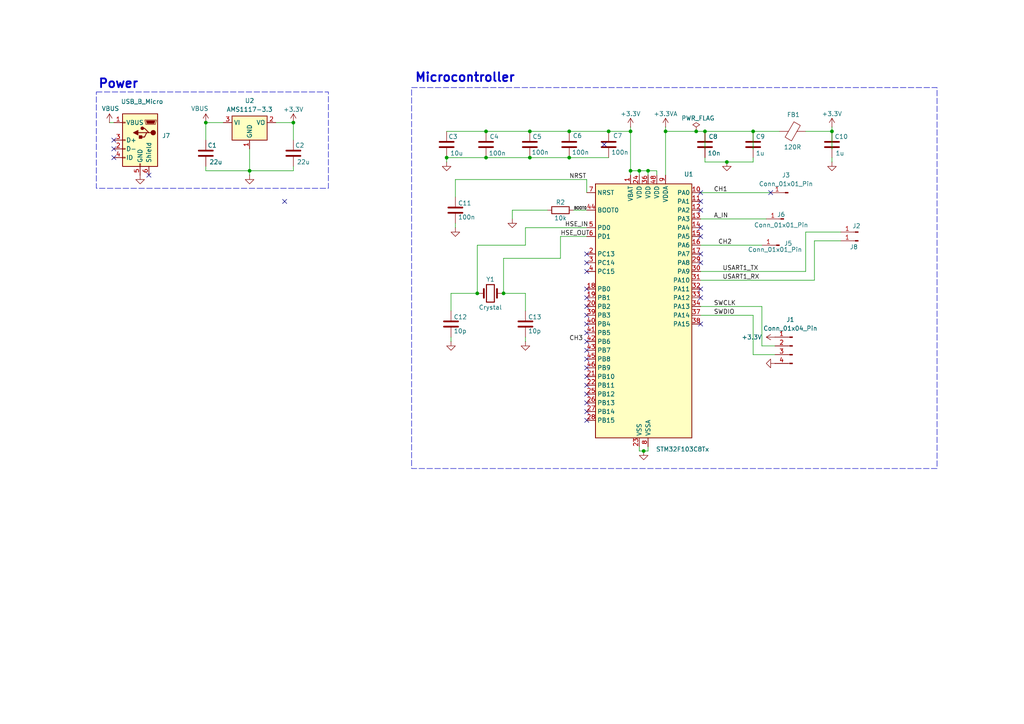
<source format=kicad_sch>
(kicad_sch (version 20231120) (generator "eeschema") (generator_version "8.0")
  (paper "A4")
  (title_block (title "STM32 Logic Analyzer") (date "2024-10-17"))
  (lib_symbols
    (symbol "Connector:Conn_01x01_Pin" (pin_names (offset 1.016) hide)
      (property "Reference" "J" (at 0 2.54 0))
      (property "Value" "Conn_01x01_Pin" (at 0 -2.54 0))
      (symbol "Conn_01x01_Pin_1_1"
        (polyline (pts (xy 1.27 0) (xy 0.8636 0)) (stroke (width 0.1524)))
        (rectangle (start 0.8636 0.127) (end 0 -0.127) (stroke (width 0.1524)) (fill (type outline)))
        (pin passive line (at 5.08 0 180) (length 3.81) (name "Pin_1") (number "1"))
      )
    )
    (symbol "Connector:Conn_01x04_Pin" (pin_names (offset 1.016) hide)
      (property "Reference" "J" (at 0 5.08 0))
      (property "Value" "Conn_01x04_Pin" (at 0 -7.62 0))
      (symbol "Conn_01x04_Pin_1_1"
        (polyline (pts (xy 1.27 -5.08) (xy 0.8636 -5.08)) (stroke (width 0.1524)))
        (polyline (pts (xy 1.27 -2.54) (xy 0.8636 -2.54)) (stroke (width 0.1524)))
        (polyline (pts (xy 1.27 0) (xy 0.8636 0)) (stroke (width 0.1524)))
        (polyline (pts (xy 1.27 2.54) (xy 0.8636 2.54)) (stroke (width 0.1524)))
        (rectangle (start 0.8636 -4.953) (end 0 -5.207) (stroke (width 0.1524)) (fill (type outline)))
        (rectangle (start 0.8636 -2.413) (end 0 -2.667) (stroke (width 0.1524)) (fill (type outline)))
        (rectangle (start 0.8636 0.127) (end 0 -0.127) (stroke (width 0.1524)) (fill (type outline)))
        (rectangle (start 0.8636 2.667) (end 0 2.413) (stroke (width 0.1524)) (fill (type outline)))
        (pin passive line (at 5.08 2.54 180) (length 3.81) (name "Pin_1") (number "1"))
        (pin passive line (at 5.08 0 180) (length 3.81) (name "Pin_2") (number "2"))
        (pin passive line (at 5.08 -2.54 180) (length 3.81) (name "Pin_3") (number "3"))
        (pin passive line (at 5.08 -5.08 180) (length 3.81) (name "Pin_4") (number "4"))
      )
    )
    (symbol "Connector:USB_B_Micro" (pin_names (offset 1.016))
      (property "Reference" "J" (at -5.08 11.43 0))
      (property "Value" "USB_B_Micro" (at -5.08 8.89 0))
      (symbol "USB_B_Micro_0_1"
        (rectangle (start -5.08 -7.62) (end 5.08 7.62) (stroke (width 0.254)) (fill (type background)))
        (circle (center -3.81 2.159) (radius 0.635) (stroke (width 0.254)) (fill (type outline)))
        (circle (center -0.635 3.429) (radius 0.381) (stroke (width 0.254)) (fill (type outline)))
        (rectangle (start -0.127 -7.62) (end 0.127 -6.858))
        (polyline (pts (xy -1.905 2.159) (xy 0.635 2.159)) (stroke (width 0.254)))
        (polyline (pts (xy -3.175 2.159) (xy -2.54 2.159) (xy -1.27 3.429) (xy -0.635 3.429)) (stroke (width 0.254)))
        (polyline (pts (xy -2.54 2.159) (xy -1.905 2.159) (xy -1.27 0.889) (xy 0 0.889)) (stroke (width 0.254)))
        (polyline (pts (xy 0.635 2.794) (xy 0.635 1.524) (xy 1.905 2.159) (xy 0.635 2.794)) (stroke (width 0.254)) (fill (type outline)))
        (polyline (pts (xy -4.318 5.588) (xy -1.778 5.588) (xy -2.032 4.826) (xy -4.064 4.826) (xy -4.318 5.588)) (fill (type outline)))
        (polyline (pts (xy -4.699 5.842) (xy -4.699 5.588) (xy -4.445 4.826) (xy -4.445 4.572) (xy -1.651 4.572) (xy -1.651 4.826) (xy -1.397 5.588) (xy -1.397 5.842) (xy -4.699 5.842)))
        (rectangle (start 0.254 1.27) (end -0.508 0.508) (stroke (width 0.254)) (fill (type outline)))
        (rectangle (start 5.08 -5.207) (end 4.318 -4.953))
        (rectangle (start 5.08 -2.667) (end 4.318 -2.413))
        (rectangle (start 5.08 -0.127) (end 4.318 0.127))
        (rectangle (start 5.08 4.953) (end 4.318 5.207))
      )
      (symbol "USB_B_Micro_1_1"
        (pin power_out line (at 7.62 5.08 180) (length 2.54) (name "VBUS") (number "1"))
        (pin bidirectional line (at 7.62 -2.54 180) (length 2.54) (name "D-") (number "2"))
        (pin bidirectional line (at 7.62 0 180) (length 2.54) (name "D+") (number "3"))
        (pin passive line (at 7.62 -5.08 180) (length 2.54) (name "ID") (number "4"))
        (pin power_out line (at 0 -10.16 90) (length 2.54) (name "GND") (number "5"))
        (pin passive line (at -2.54 -10.16 90) (length 2.54) (name "Shield") (number "6"))
      )
    )
    (symbol "Device:C" (pin_numbers hide) (pin_names (offset 0.254))
      (property "Reference" "C" (at 0.635 2.54 0))
      (property "Value" "C" (at 0.635 -2.54 0))
      (symbol "C_0_1"
        (polyline (pts (xy -2.032 -0.762) (xy 2.032 -0.762)) (stroke (width 0.508)))
        (polyline (pts (xy -2.032 0.762) (xy 2.032 0.762)) (stroke (width 0.508)))
      )
      (symbol "C_1_1"
        (pin passive line (at 0 3.81 270) (length 2.794) (name "~") (number "1"))
        (pin passive line (at 0 -3.81 90) (length 2.794) (name "~") (number "2"))
      )
    )
    (symbol "Device:Crystal" (pin_numbers hide) (pin_names (offset 1.016) hide)
      (property "Reference" "Y" (at 0 3.81 0))
      (property "Value" "Crystal" (at 0 -3.81 0))
      (symbol "Crystal_0_1"
        (rectangle (start -1.143 2.54) (end 1.143 -2.54) (stroke (width 0.3048)))
        (polyline (pts (xy -2.54 0) (xy -1.905 0)))
        (polyline (pts (xy -1.905 -1.27) (xy -1.905 1.27)) (stroke (width 0.508)))
        (polyline (pts (xy 1.905 -1.27) (xy 1.905 1.27)) (stroke (width 0.508)))
        (polyline (pts (xy 2.54 0) (xy 1.905 0)))
      )
      (symbol "Crystal_1_1"
        (pin passive line (at -3.81 0 0) (length 1.27) (name "1") (number "1"))
        (pin passive line (at 3.81 0 180) (length 1.27) (name "2") (number "2"))
      )
    )
    (symbol "Device:FerriteBead" (pin_numbers hide) (pin_names (offset 0))
      (property "Reference" "FB" (at -3.81 0.635 90))
      (property "Value" "FerriteBead" (at 3.81 0 90))
      (symbol "FerriteBead_0_1"
        (polyline (pts (xy 0 -1.27) (xy 0 -1.2192)))
        (polyline (pts (xy 0 1.27) (xy 0 1.2954)))
        (polyline (pts (xy -2.7686 0.4064) (xy -1.7018 2.2606) (xy 2.7686 -0.3048) (xy 1.6764 -2.159) (xy -2.7686 0.4064)))
      )
      (symbol "FerriteBead_1_1"
        (pin passive line (at 0 3.81 270) (length 2.54) (name "~") (number "1"))
        (pin passive line (at 0 -3.81 90) (length 2.54) (name "~") (number "2"))
      )
    )
    (symbol "Device:R" (pin_numbers hide) (pin_names (offset 0))
      (property "Reference" "R" (at 2.032 0 90))
      (property "Value" "R" (at 0 0 90))
      (symbol "R_0_1"
        (rectangle (start -1.016 -2.54) (end 1.016 2.54) (stroke (width 0.254)))
      )
      (symbol "R_1_1"
        (pin passive line (at 0 3.81 270) (length 1.27) (name "~") (number "1"))
        (pin passive line (at 0 -3.81 90) (length 1.27) (name "~") (number "2"))
      )
    )
    (symbol "MCU_ST_STM32F1:STM32F103C8Tx"
      (property "Reference" "U" (at -12.7 39.37 0))
      (property "Value" "STM32F103C8Tx" (at 10.16 39.37 0))
      (symbol "STM32F103C8Tx_0_1"
        (rectangle (start -12.7 -35.56) (end 15.24 38.1) (stroke (width 0.254)) (fill (type background)))
      )
      (symbol "STM32F103C8Tx_1_1"
        (pin power_in line (at -2.54 40.64 270) (length 2.54) (name "VBAT") (number "1"))
        (pin bidirectional line (at 17.78 35.56 180) (length 2.54) (name "PA0") (number "10"))
        (pin bidirectional line (at 17.78 33.02 180) (length 2.54) (name "PA1") (number "11"))
        (pin bidirectional line (at 17.78 30.48 180) (length 2.54) (name "PA2") (number "12"))
        (pin bidirectional line (at 17.78 27.94 180) (length 2.54) (name "PA3") (number "13"))
        (pin bidirectional line (at 17.78 25.4 180) (length 2.54) (name "PA4") (number "14"))
        (pin bidirectional line (at 17.78 22.86 180) (length 2.54) (name "PA5") (number "15"))
        (pin bidirectional line (at 17.78 20.32 180) (length 2.54) (name "PA6") (number "16"))
        (pin bidirectional line (at 17.78 17.78 180) (length 2.54) (name "PA7") (number "17"))
        (pin bidirectional line (at -15.24 7.62 0) (length 2.54) (name "PB0") (number "18"))
        (pin bidirectional line (at -15.24 5.08 0) (length 2.54) (name "PB1") (number "19"))
        (pin bidirectional line (at -15.24 17.78 0) (length 2.54) (name "PC13") (number "2"))
        (pin bidirectional line (at -15.24 2.54 0) (length 2.54) (name "PB2") (number "20"))
        (pin bidirectional line (at -15.24 -17.78 0) (length 2.54) (name "PB10") (number "21"))
        (pin bidirectional line (at -15.24 -20.32 0) (length 2.54) (name "PB11") (number "22"))
        (pin power_in line (at 0 -38.1 90) (length 2.54) (name "VSS") (number "23"))
        (pin power_in line (at 0 40.64 270) (length 2.54) (name "VDD") (number "24"))
        (pin bidirectional line (at -15.24 -22.86 0) (length 2.54) (name "PB12") (number "25"))
        (pin bidirectional line (at -15.24 -25.4 0) (length 2.54) (name "PB13") (number "26"))
        (pin bidirectional line (at -15.24 -27.94 0) (length 2.54) (name "PB14") (number "27"))
        (pin bidirectional line (at -15.24 -30.48 0) (length 2.54) (name "PB15") (number "28"))
        (pin bidirectional line (at 17.78 15.24 180) (length 2.54) (name "PA8") (number "29"))
        (pin bidirectional line (at -15.24 15.24 0) (length 2.54) (name "PC14") (number "3"))
        (pin bidirectional line (at 17.78 12.7 180) (length 2.54) (name "PA9") (number "30"))
        (pin bidirectional line (at 17.78 10.16 180) (length 2.54) (name "PA10") (number "31"))
        (pin bidirectional line (at 17.78 7.62 180) (length 2.54) (name "PA11") (number "32"))
        (pin bidirectional line (at 17.78 5.08 180) (length 2.54) (name "PA12") (number "33"))
        (pin bidirectional line (at 17.78 2.54 180) (length 2.54) (name "PA13") (number "34"))
        (pin passive line (at 0 -38.1 90) (length 2.54) hide (name "VSS") (number "35"))
        (pin power_in line (at 2.54 40.64 270) (length 2.54) (name "VDD") (number "36"))
        (pin bidirectional line (at 17.78 0 180) (length 2.54) (name "PA14") (number "37"))
        (pin bidirectional line (at 17.78 -2.54 180) (length 2.54) (name "PA15") (number "38"))
        (pin bidirectional line (at -15.24 0 0) (length 2.54) (name "PB3") (number "39"))
        (pin bidirectional line (at -15.24 12.7 0) (length 2.54) (name "PC15") (number "4"))
        (pin bidirectional line (at -15.24 -2.54 0) (length 2.54) (name "PB4") (number "40"))
        (pin bidirectional line (at -15.24 -5.08 0) (length 2.54) (name "PB5") (number "41"))
        (pin bidirectional line (at -15.24 -7.62 0) (length 2.54) (name "PB6") (number "42"))
        (pin bidirectional line (at -15.24 -10.16 0) (length 2.54) (name "PB7") (number "43"))
        (pin input line (at -15.24 30.48 0) (length 2.54) (name "BOOT0") (number "44"))
        (pin bidirectional line (at -15.24 -12.7 0) (length 2.54) (name "PB8") (number "45"))
        (pin bidirectional line (at -15.24 -15.24 0) (length 2.54) (name "PB9") (number "46"))
        (pin passive line (at 0 -38.1 90) (length 2.54) hide (name "VSS") (number "47"))
        (pin power_in line (at 5.08 40.64 270) (length 2.54) (name "VDD") (number "48"))
        (pin bidirectional line (at -15.24 25.4 0) (length 2.54) (name "PD0") (number "5"))
        (pin bidirectional line (at -15.24 22.86 0) (length 2.54) (name "PD1") (number "6"))
        (pin input line (at -15.24 35.56 0) (length 2.54) (name "NRST") (number "7"))
        (pin power_in line (at 2.54 -38.1 90) (length 2.54) (name "VSSA") (number "8"))
        (pin power_in line (at 7.62 40.64 270) (length 2.54) (name "VDDA") (number "9"))
      )
    )
    (symbol "Regulator_Linear:AMS1117-3.3"
      (property "Reference" "U" (at -3.81 3.175 0))
      (property "Value" "AMS1117-3.3" (at 0 3.175 0))
      (symbol "AMS1117-3.3_0_1"
        (rectangle (start -5.08 -5.08) (end 5.08 1.905) (stroke (width 0.254)) (fill (type background)))
      )
      (symbol "AMS1117-3.3_1_1"
        (pin power_in line (at 0 -7.62 90) (length 2.54) (name "GND") (number "1"))
        (pin power_out line (at 7.62 0 180) (length 2.54) (name "VO") (number "2"))
        (pin power_in line (at -7.62 0 0) (length 2.54) (name "VI") (number "3"))
      )
    )
    (symbol "power:+3.3V" (power) (pin_numbers hide) (pin_names (offset 0) hide)
      (property "Value" "+3.3V" (at 0 3.556 0))
      (symbol "+3.3V_0_1"
        (polyline (pts (xy -0.762 1.27) (xy 0 2.54)))
        (polyline (pts (xy 0 0) (xy 0 2.54)))
        (polyline (pts (xy 0 2.54) (xy 0.762 1.27)))
      )
      (symbol "+3.3V_1_1"
        (pin power_in line (at 0 0 90) (length 0) (name "~") (number "1"))
      )
    )
    (symbol "power:+3.3VA" (power) (pin_numbers hide) (pin_names (offset 0) hide)
      (property "Value" "+3.3VA" (at 0 3.556 0))
      (symbol "+3.3VA_0_1"
        (polyline (pts (xy -0.762 1.27) (xy 0 2.54)))
        (polyline (pts (xy 0 0) (xy 0 2.54)))
        (polyline (pts (xy 0 2.54) (xy 0.762 1.27)))
      )
      (symbol "+3.3VA_1_1"
        (pin power_in line (at 0 0 90) (length 0) (name "~") (number "1"))
      )
    )
    (symbol "power:GND" (power) (pin_numbers hide) (pin_names (offset 0) hide)
      (property "Value" "GND" (at 0 -3.81 0))
      (symbol "GND_0_1"
        (polyline (pts (xy 0 0) (xy 0 -1.27) (xy 1.27 -1.27) (xy 0 -2.54) (xy -1.27 -1.27) (xy 0 -1.27)))
      )
      (symbol "GND_1_1"
        (pin power_in line (at 0 0 270) (length 0) (name "~") (number "1"))
      )
    )
    (symbol "power:PWR_FLAG" (power) (pin_numbers hide) (pin_names (offset 0) hide)
      (property "Value" "PWR_FLAG" (at 0 3.81 0))
      (symbol "PWR_FLAG_0_0"
        (pin power_out line (at 0 0 90) (length 0) (name "~") (number "1"))
      )
      (symbol "PWR_FLAG_0_1"
        (polyline (pts (xy 0 0) (xy 0 1.27) (xy -1.016 1.905) (xy 0 2.54) (xy 1.016 1.905) (xy 0 1.27)))
      )
    )
    (symbol "power:VBUS" (power) (pin_numbers hide) (pin_names (offset 0) hide)
      (property "Value" "VBUS" (at 0 3.556 0))
      (symbol "VBUS_0_1"
        (polyline (pts (xy -0.762 1.27) (xy 0 2.54)))
        (polyline (pts (xy 0 0) (xy 0 2.54)))
        (polyline (pts (xy 0 2.54) (xy 0.762 1.27)))
      )
      (symbol "VBUS_1_1"
        (pin power_in line (at 0 0 90) (length 0) (name "~") (number "1"))
      )
    )
  )
  (junction (at 153.67 38.1))
  (junction (at 182.88 38.1))
  (junction (at 204.47 38.1))
  (junction (at 140.97 38.1))
  (junction (at 201.93 38.1))
  (junction (at 187.96 49.53))
  (junction (at 146.05 85.09))
  (junction (at 193.04 38.1))
  (junction (at 153.67 45.72))
  (junction (at 186.69 130.81))
  (junction (at 138.43 85.09))
  (junction (at 241.3 38.1))
  (junction (at 129.54 45.72))
  (junction (at 218.44 38.1))
  (junction (at 210.82 46.99))
  (junction (at 165.1 45.72))
  (junction (at 182.88 49.53))
  (junction (at 165.1 38.1))
  (junction (at 140.97 45.72))
  (junction (at 59.69 35.56))
  (junction (at 176.53 38.1))
  (junction (at 72.39 49.53))
  (junction (at 85.09 35.56))
  (junction (at 185.42 49.53))
  (no_connect (at 43.18 50.8))
  (no_connect (at 170.18 91.44))
  (no_connect (at 170.18 111.76))
  (no_connect (at 170.18 101.6))
  (no_connect (at 170.18 83.82))
  (no_connect (at 170.18 78.74))
  (no_connect (at 170.18 93.98))
  (no_connect (at 203.2 73.66))
  (no_connect (at 223.52 55.88))
  (no_connect (at 170.18 76.2))
  (no_connect (at 170.18 104.14))
  (no_connect (at 203.2 58.42))
  (no_connect (at 175.26 41.91))
  (no_connect (at 33.02 43.18))
  (no_connect (at 203.2 86.36))
  (no_connect (at 203.2 55.88))
  (no_connect (at 170.18 73.66))
  (no_connect (at 170.18 86.36))
  (no_connect (at 203.2 93.98))
  (no_connect (at 170.18 88.9))
  (no_connect (at 203.2 76.2))
  (no_connect (at 33.02 45.72))
  (no_connect (at 203.2 66.04))
  (no_connect (at 170.18 116.84))
  (no_connect (at 170.18 109.22))
  (no_connect (at 82.55 58.42))
  (no_connect (at 203.2 60.96))
  (no_connect (at 33.02 40.64))
  (no_connect (at 170.18 106.68))
  (no_connect (at 170.18 121.92))
  (no_connect (at 170.18 99.06))
  (no_connect (at 170.18 114.3))
  (no_connect (at 203.2 83.82))
  (no_connect (at 203.2 68.58))
  (no_connect (at 170.18 96.52))
  (no_connect (at 170.18 119.38))
  (wire (pts (xy 233.68 38.1) (xy 241.3 38.1)))
  (wire (pts (xy 233.68 67.31) (xy 243.84 67.31)))
  (wire (pts (xy 153.67 38.1) (xy 165.1 38.1)))
  (wire (pts (xy 129.54 45.72) (xy 129.54 46.99)))
  (wire (pts (xy 218.44 46.99) (xy 218.44 45.72)))
  (wire (pts (xy 203.2 55.88) (xy 223.52 55.88)))
  (wire (pts (xy 152.4 85.09) (xy 152.4 90.17)))
  (wire (pts (xy 218.44 91.44) (xy 218.44 102.87)))
  (wire (pts (xy 130.81 85.09) (xy 138.43 85.09)))
  (wire (pts (xy 182.88 50.8) (xy 182.88 49.53)))
  (wire (pts (xy 203.2 71.12) (xy 220.98 71.12)))
  (wire (pts (xy 186.69 130.81) (xy 187.96 130.81)))
  (wire (pts (xy 193.04 36.83) (xy 193.04 38.1)))
  (wire (pts (xy 241.3 45.72) (xy 241.3 46.99)))
  (wire (pts (xy 203.2 78.74) (xy 233.68 78.74)))
  (wire (pts (xy 165.1 45.72) (xy 176.53 45.72)))
  (wire (pts (xy 72.39 43.18) (xy 72.39 49.53)))
  (wire (pts (xy 148.59 63.5) (xy 148.59 60.96)))
  (wire (pts (xy 166.37 60.96) (xy 170.18 60.96)))
  (wire (pts (xy 85.09 48.26) (xy 85.09 49.53)))
  (wire (pts (xy 204.47 38.1) (xy 218.44 38.1)))
  (wire (pts (xy 148.59 60.96) (xy 158.75 60.96)))
  (wire (pts (xy 236.22 69.85) (xy 243.84 69.85)))
  (wire (pts (xy 218.44 102.87) (xy 224.79 102.87)))
  (wire (pts (xy 193.04 38.1) (xy 201.93 38.1)))
  (wire (pts (xy 218.44 38.1) (xy 218.44 43.18)))
  (wire (pts (xy 80.01 35.56) (xy 85.09 35.56)))
  (wire (pts (xy 152.4 97.79) (xy 152.4 99.06)))
  (wire (pts (xy 162.56 68.58) (xy 162.56 74.93)))
  (wire (pts (xy 132.08 64.77) (xy 132.08 66.04)))
  (wire (pts (xy 132.08 52.07) (xy 170.18 52.07)))
  (wire (pts (xy 204.47 45.72) (xy 204.47 46.99)))
  (wire (pts (xy 170.18 52.07) (xy 170.18 55.88)))
  (wire (pts (xy 185.42 49.53) (xy 187.96 49.53)))
  (wire (pts (xy 220.98 100.33) (xy 224.79 100.33)))
  (wire (pts (xy 236.22 81.28) (xy 236.22 69.85)))
  (wire (pts (xy 182.88 38.1) (xy 182.88 49.53)))
  (wire (pts (xy 233.68 78.74) (xy 233.68 67.31)))
  (wire (pts (xy 132.08 57.15) (xy 132.08 52.07)))
  (wire (pts (xy 187.96 49.53) (xy 190.5 49.53)))
  (wire (pts (xy 130.81 90.17) (xy 130.81 85.09)))
  (wire (pts (xy 85.09 35.56) (xy 85.09 40.64)))
  (wire (pts (xy 241.3 38.1) (xy 241.3 43.18)))
  (wire (pts (xy 210.82 46.99) (xy 218.44 46.99)))
  (wire (pts (xy 187.96 49.53) (xy 187.96 50.8)))
  (wire (pts (xy 146.05 85.09) (xy 152.4 85.09)))
  (wire (pts (xy 162.56 68.58) (xy 170.18 68.58)))
  (wire (pts (xy 182.88 49.53) (xy 185.42 49.53)))
  (wire (pts (xy 203.2 91.44) (xy 218.44 91.44)))
  (wire (pts (xy 59.69 35.56) (xy 59.69 40.64)))
  (wire (pts (xy 31.75 35.56) (xy 33.02 35.56)))
  (wire (pts (xy 190.5 49.53) (xy 190.5 50.8)))
  (wire (pts (xy 165.1 38.1) (xy 176.53 38.1)))
  (wire (pts (xy 218.44 38.1) (xy 226.06 38.1)))
  (wire (pts (xy 153.67 45.72) (xy 165.1 45.72)))
  (wire (pts (xy 182.88 38.1) (xy 182.88 36.83)))
  (wire (pts (xy 129.54 45.72) (xy 140.97 45.72)))
  (wire (pts (xy 152.4 66.04) (xy 170.18 66.04)))
  (wire (pts (xy 185.42 129.54) (xy 185.42 130.81)))
  (wire (pts (xy 201.93 38.1) (xy 204.47 38.1)))
  (wire (pts (xy 185.42 49.53) (xy 185.42 50.8)))
  (wire (pts (xy 186.69 130.81) (xy 185.42 130.81)))
  (wire (pts (xy 85.09 49.53) (xy 72.39 49.53)))
  (wire (pts (xy 203.2 63.5) (xy 222.25 63.5)))
  (wire (pts (xy 140.97 45.72) (xy 153.67 45.72)))
  (wire (pts (xy 129.54 38.1) (xy 140.97 38.1)))
  (wire (pts (xy 204.47 43.18) (xy 204.47 38.1)))
  (wire (pts (xy 193.04 38.1) (xy 193.04 50.8)))
  (wire (pts (xy 72.39 49.53) (xy 72.39 50.8)))
  (wire (pts (xy 59.69 48.26) (xy 59.69 49.53)))
  (wire (pts (xy 138.43 71.12) (xy 152.4 71.12)))
  (wire (pts (xy 152.4 71.12) (xy 152.4 66.04)))
  (wire (pts (xy 187.96 130.81) (xy 187.96 129.54)))
  (wire (pts (xy 176.53 38.1) (xy 182.88 38.1)))
  (wire (pts (xy 204.47 46.99) (xy 210.82 46.99)))
  (wire (pts (xy 59.69 35.56) (xy 64.77 35.56)))
  (wire (pts (xy 146.05 74.93) (xy 162.56 74.93)))
  (wire (pts (xy 140.97 38.1) (xy 153.67 38.1)))
  (wire (pts (xy 203.2 81.28) (xy 236.22 81.28)))
  (wire (pts (xy 138.43 71.12) (xy 138.43 85.09)))
  (wire (pts (xy 146.05 85.09) (xy 146.05 74.93)))
  (wire (pts (xy 220.98 88.9) (xy 220.98 100.33)))
  (wire (pts (xy 241.3 36.83) (xy 241.3 38.1)))
  (wire (pts (xy 203.2 88.9) (xy 220.98 88.9)))
  (wire (pts (xy 130.81 97.79) (xy 130.81 99.06)))
  (wire (pts (xy 59.69 49.53) (xy 72.39 49.53)))
  (rectangle (start 27.94 26.67) (end 95.25 54.61) (stroke (width 0) (type dash)))
  (rectangle (start 119.38 25.4) (end 271.78 135.89) (stroke (width 0) (type dash)))
  (text "Power " (at 35.306 24.384 0) (effects (font (size 2.54 2.54) (thickness 0.508) (bold yes))))
  (text "Microcontroller\n" (at 134.874 22.606 0) (effects (font (size 2.54 2.54) (thickness 0.508) (bold yes))))
  (label "HSE_OUT" (at 162.56 68.58 0))
  (label "A_IN" (at 207.01 63.5 0))
  (label "SWCLK" (at 207.01 88.9 0))
  (label "USART1_TX" (at 209.55 78.74 0))
  (label "BOOT0" (at 166.37 60.96 0) (effects (font (size 0.762 0.762))))
  (label "USART1_RX" (at 209.55 81.28 0))
  (label "HSE_IN" (at 163.83 66.04 0))
  (label "CH1" (at 207.01 55.88 0))
  (label "SWDIO" (at 207.01 91.44 0))
  (label "NRST" (at 165.1 52.07 0))
  (label "CH3" (at 165.1 99.06 0))
  (label "CH2" (at 208.28 71.12 0))
  (symbol (lib_id "Device:C") (at 130.81 93.98 0) (unit 1)
    (property "Reference" "C12" (at 131.572 91.948 0) (effects (justify left)))
    (property "Value" "10p" (at 131.572 96.012 0) (effects (justify left)))
    (property "Footprint" "Capacitor_THT:C_Disc_D3.0mm_W1.6mm_P2.50mm" (effects (hide yes)))
    (property "Description" "Unpolarized capacitor" (effects (hide yes)))
  )
  (symbol (lib_id "power:+3.3V") (at 182.88 36.83 0) (unit 1)
    (property "Reference" "#PWR02" (effects (hide yes)))
    (property "Value" "+3.3V" (at 182.88 33.02 0))
    (property "Description" "Power symbol creates a global label with name \"+3.3V\"" (effects (hide yes)))
  )
  (symbol (lib_id "Device:C") (at 85.09 44.45 0) (unit 1)
    (property "Reference" "C2" (at 85.598 42.164 0) (effects (justify left)))
    (property "Value" "22u" (at 86.106 46.99 0) (effects (justify left)))
    (property "Footprint" "Capacitor_THT:C_Disc_D3.0mm_W2.0mm_P2.50mm" (effects (hide yes)))
    (property "Description" "Unpolarized capacitor" (effects (hide yes)))
  )
  (symbol (lib_id "Connector:USB_B_Micro") (at 40.64 40.64 0) (mirror y) (unit 1)
    (property "Reference" "J7" (at 46.99 39.3699 0) (effects (justify right)))
    (property "Value" "USB_B_Micro" (at 35.052 29.464 0) (effects (justify right)))
    (property "Footprint" "Connector_USB:USB_Micro-B_Wuerth_629105150521" (effects (hide yes)))
    (property "Description" "USB Micro Type B connector" (effects (hide yes)))
  )
  (symbol (lib_id "Connector:Conn_01x01_Pin") (at 226.06 71.12 0) (mirror y) (unit 1)
    (property "Reference" "J5" (at 228.6 70.612 0))
    (property "Value" "Conn_01x01_Pin" (at 224.79 72.39 0))
    (property "Footprint" "Connector_PinHeader_2.54mm:PinHeader_1x01_P2.54mm_Vertical" (effects (hide yes)))
    (property "Description" "Generic connector, single row, 01x01, script generated" (effects (hide yes)))
  )
  (symbol (lib_id "Connector:Conn_01x01_Pin") (at 248.92 69.85 0) (mirror y) (unit 1)
    (property "Reference" "J8" (at 247.65 71.628 0))
    (property "Value" "Conn_01x01_Pin" (effects (hide yes)))
    (property "Footprint" "Connector_PinHeader_2.54mm:PinHeader_1x01_P2.54mm_Vertical" (effects (hide yes)))
    (property "Description" "Generic connector, single row, 01x01, script generated" (effects (hide yes)))
  )
  (symbol (lib_id "MCU_ST_STM32F1:STM32F103C8Tx") (at 185.42 91.44 0) (unit 1)
    (property "Reference" "U1" (at 198.374 50.546 0) (effects (justify left)))
    (property "Value" "STM32F103C8Tx" (at 190.246 130.302 0) (effects (justify left)))
    (property "Footprint" "Package_QFP:LQFP-48_7x7mm_P0.5mm" (effects (hide yes)))
    (property "Datasheet" "https://www.st.com/resource/en/datasheet/stm32f103c8.pdf" (effects (hide yes)))
    (property "Description" "STMicroelectronics Arm Cortex-M3 MCU, 64KB flash, 20KB RAM, 72 MHz, 2.0-3.6V, 37 GPIO, LQFP48" (effects (hide yes)))
  )
  (symbol (lib_id "Device:C") (at 176.53 41.91 0) (unit 1)
    (property "Reference" "C7" (at 177.8 39.37 0) (effects (justify left)))
    (property "Value" "100n" (at 177.292 44.196 0) (effects (justify left)))
    (property "Footprint" "Capacitor_THT:C_Disc_D3.0mm_W2.0mm_P2.50mm" (effects (hide yes)))
    (property "Description" "Unpolarized capacitor" (effects (hide yes)))
  )
  (symbol (lib_id "power:+3.3V") (at 241.3 36.83 0) (unit 1)
    (property "Reference" "#PWR05" (effects (hide yes)))
    (property "Value" "+3.3V" (at 241.3 33.02 0))
    (property "Description" "Power symbol creates a global label with name \"+3.3V\"" (effects (hide yes)))
  )
  (symbol (lib_id "Connector:Conn_01x04_Pin") (at 229.87 100.33 0) (mirror y) (unit 1)
    (property "Reference" "J1" (at 229.235 92.71 0))
    (property "Value" "Conn_01x04_Pin" (at 229.235 95.25 0))
    (property "Footprint" "Connector_PinHeader_2.54mm:PinHeader_1x04_P2.54mm_Vertical" (effects (hide yes)))
    (property "Description" "Generic connector, single row, 01x04, script generated" (effects (hide yes)))
  )
  (symbol (lib_id "power:+3.3VA") (at 193.04 36.83 0) (unit 1)
    (property "Reference" "#PWR04" (effects (hide yes)))
    (property "Value" "+3.3VA" (at 193.04 33.02 0))
    (property "Description" "Power symbol creates a global label with name \"+3.3VA\"" (effects (hide yes)))
  )
  (symbol (lib_id "Device:FerriteBead") (at 229.87 38.1 270) (unit 1)
    (property "Reference" "FB1" (at 230.124 33.274 90))
    (property "Value" "120R" (at 229.87 42.672 90))
    (property "Footprint" "Inductor_THT:L_Axial_L5.0mm_D3.6mm_P10.00mm_Horizontal_Murata_BL01RN1A2A2" (effects (hide yes)))
    (property "Description" "Ferrite bead" (effects (hide yes)))
  )
  (symbol (lib_id "power:GND") (at 186.69 130.81 0) (unit 1)
    (property "Reference" "#PWR01" (effects (hide yes)))
    (property "Value" "GND" (effects (hide yes)))
    (property "Description" "Power symbol creates a global label with name \"GND\" , ground" (effects (hide yes)))
  )
  (symbol (lib_id "Connector:Conn_01x01_Pin") (at 248.92 67.31 0) (mirror y) (unit 1)
    (property "Reference" "J2" (at 248.412 65.532 0))
    (property "Value" "Conn_01x01_Pin" (effects (hide yes)))
    (property "Footprint" "Connector_PinHeader_2.54mm:PinHeader_1x01_P2.54mm_Vertical" (effects (hide yes)))
    (property "Description" "Generic connector, single row, 01x01, script generated" (effects (hide yes)))
  )
  (symbol (lib_id "power:GND") (at 210.82 46.99 0) (unit 1)
    (property "Reference" "#PWR06" (effects (hide yes)))
    (property "Value" "GND" (effects (hide yes)))
    (property "Description" "Power symbol creates a global label with name \"GND\" , ground" (effects (hide yes)))
  )
  (symbol (lib_id "power:GND") (at 130.81 99.06 0) (unit 1)
    (property "Reference" "#PWR011" (effects (hide yes)))
    (property "Value" "GND" (effects (hide yes)))
    (property "Description" "Power symbol creates a global label with name \"GND\" , ground" (effects (hide yes)))
  )
  (symbol (lib_id "Device:Crystal") (at 142.24 85.09 0) (unit 1)
    (property "Reference" "Y1" (at 142.24 81.026 0))
    (property "Value" "Crystal" (at 142.24 89.154 0))
    (property "Footprint" "HC-49_U-S16000000ABJB:XTAL_HC49P488W43L1150T466H350" (effects (hide yes)))
    (property "Description" "Two pin crystal" (effects (hide yes)))
  )
  (symbol (lib_id "power:GND") (at 132.08 66.04 0) (unit 1)
    (property "Reference" "#PWR010" (effects (hide yes)))
    (property "Value" "GND" (effects (hide yes)))
    (property "Description" "Power symbol creates a global label with name \"GND\" , ground" (effects (hide yes)))
  )
  (symbol (lib_id "power:GND") (at 129.54 46.99 0) (unit 1)
    (property "Reference" "#PWR03" (effects (hide yes)))
    (property "Value" "GND" (effects (hide yes)))
    (property "Description" "Power symbol creates a global label with name \"GND\" , ground" (effects (hide yes)))
  )
  (symbol (lib_id "power:+3.3V") (at 85.09 35.56 0) (unit 1)
    (property "Reference" "#PWR022" (effects (hide yes)))
    (property "Value" "+3.3V" (at 85.09 31.75 0))
    (property "Description" "Power symbol creates a global label with name \"+3.3V\"" (effects (hide yes)))
  )
  (symbol (lib_id "Device:C") (at 132.08 60.96 0) (unit 1)
    (property "Reference" "C11" (at 132.842 58.928 0) (effects (justify left)))
    (property "Value" "100n" (at 132.842 62.992 0) (effects (justify left)))
    (property "Footprint" "Capacitor_THT:C_Disc_D3.0mm_W2.0mm_P2.50mm" (effects (hide yes)))
    (property "Description" "Unpolarized capacitor" (effects (hide yes)))
  )
  (symbol (lib_id "power:+3.3V") (at 224.79 97.79 90) (unit 1)
    (property "Reference" "#PWR09" (effects (hide yes)))
    (property "Value" "+3.3V" (at 220.98 97.7899 90) (effects (justify left)))
    (property "Description" "Power symbol creates a global label with name \"+3.3V\"" (effects (hide yes)))
  )
  (symbol (lib_id "power:GND") (at 148.59 63.5 0) (unit 1)
    (property "Reference" "#PWR08" (effects (hide yes)))
    (property "Value" "GND" (effects (hide yes)))
    (property "Description" "Power symbol creates a global label with name \"GND\" , ground" (effects (hide yes)))
  )
  (symbol (lib_id "Device:C") (at 140.97 41.91 0) (unit 1)
    (property "Reference" "C4" (at 141.986 39.624 0) (effects (justify left)))
    (property "Value" "100n" (at 141.732 44.45 0) (effects (justify left)))
    (property "Footprint" "Capacitor_THT:C_Disc_D3.0mm_W2.0mm_P2.50mm" (effects (hide yes)))
    (property "Description" "Unpolarized capacitor" (effects (hide yes)))
  )
  (symbol (lib_id "Connector:Conn_01x01_Pin") (at 227.33 63.5 0) (mirror y) (unit 1)
    (property "Reference" "J6" (at 226.568 62.23 0))
    (property "Value" "Conn_01x01_Pin" (at 226.568 65.278 0))
    (property "Footprint" "Connector_PinHeader_2.54mm:PinHeader_1x01_P2.54mm_Vertical" (effects (hide yes)))
    (property "Description" "Generic connector, single row, 01x01, script generated" (effects (hide yes)))
  )
  (symbol (lib_id "power:PWR_FLAG") (at 201.93 38.1 0) (unit 1)
    (property "Reference" "#FLG01" (effects (hide yes)))
    (property "Value" "PWR_FLAG" (at 202.438 34.29 0))
    (property "Description" "Special symbol for telling ERC where power comes from" (effects (hide yes)))
  )
  (symbol (lib_id "Device:R") (at 162.56 60.96 270) (unit 1)
    (property "Reference" "R2" (at 162.56 58.674 90))
    (property "Value" "10k" (at 162.56 63.246 90))
    (property "Footprint" "Resistor_THT:R_Axial_DIN0204_L3.6mm_D1.6mm_P5.08mm_Horizontal" (effects (hide yes)))
    (property "Description" "Resistor" (effects (hide yes)))
  )
  (symbol (lib_id "Device:C") (at 165.1 41.91 0) (unit 1)
    (property "Reference" "C6" (at 166.116 39.37 0) (effects (justify left)))
    (property "Value" "100n" (at 165.862 44.196 0) (effects (justify left)))
    (property "Footprint" "Capacitor_THT:C_Disc_D3.0mm_W2.0mm_P2.50mm" (effects (hide yes)))
    (property "Description" "Unpolarized capacitor" (effects (hide yes)))
  )
  (symbol (lib_id "Device:C") (at 218.44 41.91 0) (unit 1)
    (property "Reference" "C9" (at 219.202 39.624 0) (effects (justify left)))
    (property "Value" "1u" (at 219.202 44.45 0) (effects (justify left)))
    (property "Footprint" "Capacitor_THT:C_Disc_D3.0mm_W2.0mm_P2.50mm" (effects (hide yes)))
    (property "Description" "Unpolarized capacitor" (effects (hide yes)))
  )
  (symbol (lib_id "power:VBUS") (at 59.69 35.56 0) (unit 1)
    (property "Reference" "#PWR021" (effects (hide yes)))
    (property "Value" "VBUS" (at 55.372 31.496 0) (effects (justify left)))
    (property "Description" "Power symbol creates a global label with name \"VBUS\"" (effects (hide yes)))
  )
  (symbol (lib_id "Connector:Conn_01x01_Pin") (at 228.6 55.88 0) (mirror y) (unit 1)
    (property "Reference" "J3" (at 227.965 50.8 0))
    (property "Value" "Conn_01x01_Pin" (at 227.965 53.34 0))
    (property "Footprint" "Connector_PinHeader_2.54mm:PinHeader_1x01_P2.54mm_Vertical" (effects (hide yes)))
    (property "Description" "Generic connector, single row, 01x01, script generated" (effects (hide yes)))
  )
  (symbol (lib_id "power:GND") (at 152.4 99.06 0) (unit 1)
    (property "Reference" "#PWR012" (effects (hide yes)))
    (property "Value" "GND" (effects (hide yes)))
    (property "Description" "Power symbol creates a global label with name \"GND\" , ground" (effects (hide yes)))
  )
  (symbol (lib_id "power:GND") (at 72.39 50.8 0) (unit 1)
    (property "Reference" "#PWR020" (effects (hide yes)))
    (property "Value" "GND" (effects (hide yes)))
    (property "Description" "Power symbol creates a global label with name \"GND\" , ground" (effects (hide yes)))
  )
  (symbol (lib_id "power:GND") (at 40.64 50.8 0) (unit 1)
    (property "Reference" "#PWR017" (effects (hide yes)))
    (property "Value" "GND" (effects (hide yes)))
    (property "Description" "Power symbol creates a global label with name \"GND\" , ground" (effects (hide yes)))
  )
  (symbol (lib_id "Device:C") (at 204.47 41.91 0) (unit 1)
    (property "Reference" "C8" (at 205.486 39.624 0) (effects (justify left)))
    (property "Value" "10n" (at 205.232 44.45 0) (effects (justify left)))
    (property "Footprint" "Capacitor_THT:C_Disc_D3.0mm_W1.6mm_P2.50mm" (effects (hide yes)))
    (property "Description" "Unpolarized capacitor" (effects (hide yes)))
  )
  (symbol (lib_id "Device:C") (at 152.4 93.98 0) (unit 1)
    (property "Reference" "C13" (at 153.162 91.948 0) (effects (justify left)))
    (property "Value" "10p" (at 153.162 96.012 0) (effects (justify left)))
    (property "Footprint" "Capacitor_THT:C_Disc_D3.0mm_W1.6mm_P2.50mm" (effects (hide yes)))
    (property "Description" "Unpolarized capacitor" (effects (hide yes)))
  )
  (symbol (lib_id "power:GND") (at 241.3 46.99 0) (unit 1)
    (property "Reference" "#PWR07" (effects (hide yes)))
    (property "Value" "GND" (effects (hide yes)))
    (property "Description" "Power symbol creates a global label with name \"GND\" , ground" (effects (hide yes)))
  )
  (symbol (lib_id "Device:C") (at 129.54 41.91 0) (unit 1)
    (property "Reference" "C3" (at 130.048 39.624 0) (effects (justify left)))
    (property "Value" "10u" (at 130.556 44.45 0) (effects (justify left)))
    (property "Footprint" "Capacitor_THT:C_Disc_D3.0mm_W2.0mm_P2.50mm" (effects (hide yes)))
    (property "Description" "Unpolarized capacitor" (effects (hide yes)))
  )
  (symbol (lib_id "Device:C") (at 59.69 44.45 0) (unit 1)
    (property "Reference" "C1" (at 60.198 42.164 0) (effects (justify left)))
    (property "Value" "22u" (at 60.706 46.99 0) (effects (justify left)))
    (property "Footprint" "Capacitor_THT:C_Disc_D3.0mm_W2.0mm_P2.50mm" (effects (hide yes)))
    (property "Description" "Unpolarized capacitor" (effects (hide yes)))
  )
  (symbol (lib_id "Regulator_Linear:AMS1117-3.3") (at 72.39 35.56 0) (unit 1)
    (property "Reference" "U2" (at 72.39 29.21 0))
    (property "Value" "AMS1117-3.3" (at 72.39 31.75 0))
    (property "Footprint" "Package_TO_SOT_SMD:SOT-223-3_TabPin2" (effects (hide yes)))
    (property "Datasheet" "http://www.advanced-monolithic.com/pdf/ds1117.pdf" (effects (hide yes)))
    (property "Description" "1A Low Dropout regulator, positive, 3.3V fixed output, SOT-223" (effects (hide yes)))
  )
  (symbol (lib_id "Device:C") (at 153.67 41.91 0) (unit 1)
    (property "Reference" "C5" (at 154.432 39.624 0) (effects (justify left)))
    (property "Value" "100n" (at 154.178 44.196 0) (effects (justify left)))
    (property "Footprint" "Capacitor_THT:C_Disc_D3.0mm_W2.0mm_P2.50mm" (effects (hide yes)))
    (property "Description" "Unpolarized capacitor" (effects (hide yes)))
  )
  (symbol (lib_id "Device:C") (at 241.3 41.91 0) (unit 1)
    (property "Reference" "C10" (at 242.062 39.624 0) (effects (justify left)))
    (property "Value" "1u" (at 242.316 44.45 0) (effects (justify left)))
    (property "Footprint" "Capacitor_THT:C_Disc_D3.0mm_W2.0mm_P2.50mm" (effects (hide yes)))
    (property "Description" "Unpolarized capacitor" (effects (hide yes)))
  )
  (symbol (lib_id "power:VBUS") (at 31.75 35.56 0) (unit 1)
    (property "Reference" "#PWR018" (effects (hide yes)))
    (property "Value" "VBUS" (at 29.464 31.496 0) (effects (justify left)))
    (property "Description" "Power symbol creates a global label with name \"VBUS\"" (effects (hide yes)))
  )
  (symbol (lib_id "power:GND") (at 224.79 105.41 270) (unit 1)
    (property "Reference" "#PWR013" (effects (hide yes)))
    (property "Value" "GND" (effects (hide yes)))
    (property "Description" "Power symbol creates a global label with name \"GND\" , ground" (effects (hide yes)))
  )
)
</source>
